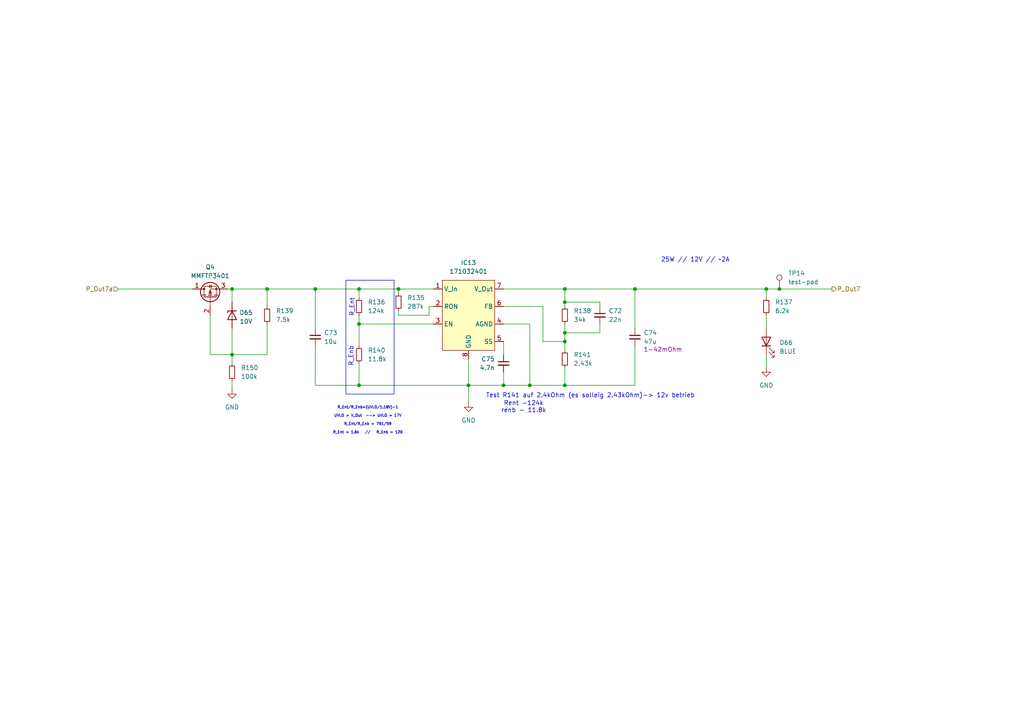
<source format=kicad_sch>
(kicad_sch (version 20250114) (generator "eeschema") (generator_version "9.0")
  (paper "A4")
  (title_block (title "PDU FT25") (date "2025-01-15") (rev "V1.2") (company "Janek Herm") (comment 1 "FaSTTUBe Electronics"))
  (lib_symbols
    (symbol "Connector:TestPoint" (pin_numbers (hide yes)) (pin_names (offset 0.762) (hide yes))
      (property "Reference" "TP" (at 0 6.858 0))
      (property "Value" "TestPoint" (at 0 5.08 0))
      (symbol "TestPoint_0_1"
        (circle (center 0 3.302) (radius 0.762))
      )
      (symbol "TestPoint_1_1"
        (pin passive line (at 0 0 90) (length 2.54) (name "1") (number "1"))
      )
    )
    (symbol "Device:C_Small" (pin_numbers (hide yes)) (pin_names (offset 0.254) (hide yes))
      (property "Reference" "C" (at 0.254 1.778 0))
      (property "Value" "C_Small" (at 0.254 -2.032 0))
      (symbol "C_Small_0_1"
        (polyline (pts (xy -1.524 0.508) (xy 1.524 0.508)) (stroke (width 0.3048)))
        (polyline (pts (xy -1.524 -0.508) (xy 1.524 -0.508)) (stroke (width 0.3302)))
      )
      (symbol "C_Small_1_1"
        (pin passive line (at 0 2.54 270) (length 2.032) (name "~") (number "1"))
        (pin passive line (at 0 -2.54 90) (length 2.032) (name "~") (number "2"))
      )
    )
    (symbol "Device:D_Zener" (pin_numbers (hide yes)) (pin_names (offset 1.016) (hide yes))
      (property "Reference" "D" (at 0 2.54 0))
      (property "Value" "D_Zener" (at 0 -2.54 0))
      (symbol "D_Zener_0_1"
        (polyline (pts (xy -1.27 -1.27) (xy -1.27 1.27) (xy -0.762 1.27)) (stroke (width 0.254)))
        (polyline (pts (xy 1.27 0) (xy -1.27 0)))
        (polyline (pts (xy 1.27 -1.27) (xy 1.27 1.27) (xy -1.27 0) (xy 1.27 -1.27)) (stroke (width 0.254)))
      )
      (symbol "D_Zener_1_1"
        (pin passive line (at -3.81 0 0) (length 2.54) (name "K") (number "1"))
        (pin passive line (at 3.81 0 180) (length 2.54) (name "A") (number "2"))
      )
    )
    (symbol "Device:LED" (pin_numbers (hide yes)) (pin_names (offset 1.016) (hide yes))
      (property "Reference" "D" (at 0 2.54 0))
      (property "Value" "LED" (at 0 -2.54 0))
      (symbol "LED_0_1"
        (polyline (pts (xy -3.048 -0.762) (xy -4.572 -2.286) (xy -3.81 -2.286) (xy -4.572 -2.286) (xy -4.572 -1.524)))
        (polyline (pts (xy -1.778 -0.762) (xy -3.302 -2.286) (xy -2.54 -2.286) (xy -3.302 -2.286) (xy -3.302 -1.524)))
        (polyline (pts (xy -1.27 0) (xy 1.27 0)))
        (polyline (pts (xy -1.27 -1.27) (xy -1.27 1.27)) (stroke (width 0.254)))
        (polyline (pts (xy 1.27 -1.27) (xy 1.27 1.27) (xy -1.27 0) (xy 1.27 -1.27)) (stroke (width 0.254)))
      )
      (symbol "LED_1_1"
        (pin passive line (at -3.81 0 0) (length 2.54) (name "K") (number "1"))
        (pin passive line (at 3.81 0 180) (length 2.54) (name "A") (number "2"))
      )
    )
    (symbol "Device:Q_PMOS_DGS" (pin_names (offset 0) (hide yes))
      (property "Reference" "Q" (at 5.08 1.27 0))
      (property "Value" "Q_PMOS_DGS" (at 5.08 -1.27 0))
      (symbol "Q_PMOS_DGS_0_1"
        (polyline (pts (xy 0.254 1.905) (xy 0.254 -1.905)) (stroke (width 0.254)))
        (polyline (pts (xy 0.254 0) (xy -2.54 0)))
        (polyline (pts (xy 0.762 2.286) (xy 0.762 1.27)) (stroke (width 0.254)))
        (polyline (pts (xy 0.762 1.778) (xy 3.302 1.778) (xy 3.302 -1.778) (xy 0.762 -1.778)))
        (polyline (pts (xy 0.762 0.508) (xy 0.762 -0.508)) (stroke (width 0.254)))
        (polyline (pts (xy 0.762 -1.27) (xy 0.762 -2.286)) (stroke (width 0.254)))
        (circle (center 1.651 0) (radius 2.794) (stroke (width 0.254)))
        (polyline (pts (xy 2.286 0) (xy 1.27 0.381) (xy 1.27 -0.381) (xy 2.286 0)) (fill (type outline)))
        (polyline (pts (xy 2.54 2.54) (xy 2.54 1.778)))
        (circle (center 2.54 1.778) (radius 0.254) (fill (type outline)))
        (circle (center 2.54 -1.778) (radius 0.254) (fill (type outline)))
        (polyline (pts (xy 2.54 -2.54) (xy 2.54 0) (xy 0.762 0)))
        (polyline (pts (xy 2.794 -0.508) (xy 2.921 -0.381) (xy 3.683 -0.381) (xy 3.81 -0.254)))
        (polyline (pts (xy 3.302 -0.381) (xy 2.921 0.254) (xy 3.683 0.254) (xy 3.302 -0.381)))
      )
      (symbol "Q_PMOS_DGS_1_1"
        (pin input line (at -5.08 0 0) (length 2.54) (name "G") (number "2"))
        (pin passive line (at 2.54 5.08 270) (length 2.54) (name "D") (number "1"))
        (pin passive line (at 2.54 -5.08 90) (length 2.54) (name "S") (number "3"))
      )
    )
    (symbol "Device:R_Small" (pin_numbers (hide yes)) (pin_names (offset 0.254) (hide yes))
      (property "Reference" "R" (at 0.762 0.508 0))
      (property "Value" "R_Small" (at 0.762 -1.016 0))
      (symbol "R_Small_0_1"
        (rectangle (start -0.762 1.778) (end 0.762 -1.778) (stroke (width 0.2032)))
      )
      (symbol "R_Small_1_1"
        (pin passive line (at 0 2.54 270) (length 0.762) (name "~") (number "1"))
        (pin passive line (at 0 -2.54 90) (length 0.762) (name "~") (number "2"))
      )
    )
    (symbol "FaSTTUBe_Voltage_Regulators:171032401"
      (property "Reference" "IC" (at 0.254 8.636 0))
      (property "Value" "171032401" (at 0.508 6.604 0))
      (symbol "171032401_1_1"
        (rectangle (start -7.62 5.08) (end 7.62 -15.24) (fill (type background)))
        (pin passive line (at -10.16 2.54 0) (length 2.54) (name "V_In") (number "1"))
        (pin passive line (at -10.16 -2.54 0) (length 2.54) (name "RON") (number "2"))
        (pin passive line (at -10.16 -7.62 0) (length 2.54) (name "EN") (number "3"))
        (pin power_in line (at 0 -17.78 90) (length 2.54) (name "GND") (number "8"))
        (pin power_out line (at 10.16 2.54 180) (length 2.54) (name "V_Out") (number "7"))
        (pin passive line (at 10.16 -2.54 180) (length 2.54) (name "FB") (number "6"))
        (pin power_in line (at 10.16 -7.62 180) (length 2.54) (name "AGND") (number "4"))
        (pin passive line (at 10.16 -12.7 180) (length 2.54) (name "SS") (number "5"))
      )
    )
    (symbol "power:GND" (power) (pin_numbers (hide yes)) (pin_names (offset 0) (hide yes))
      (property "Value" "GND" (at 0 -3.81 0))
      (symbol "GND_0_1"
        (polyline (pts (xy 0 0) (xy 0 -1.27) (xy 1.27 -1.27) (xy 0 -2.54) (xy -1.27 -1.27) (xy 0 -1.27)))
      )
      (symbol "GND_1_1"
        (pin power_in line (at 0 0 270) (length 0) (name "~") (number "1"))
      )
    )
  )
  (rectangle (start 100.33 81.28) (end 114.3 114.3))
  (text "R_Ent" (at 102.108 89.154 90) (effects (font (size 1.27 1.27))))
  (text "R_Ent/R_Enb=(UVLO/1.18V)-1\n\nUVLO > V_Out  --> UVLO = 17V\n\nR_Ent/R_Enb = 791/59\n\nR_Ent = 1.6k   //   R_Enb = 120" (at 106.68 117.856 0) (effects (font (size 0.75 0.75)) (justify top)))
  (text "Test R141 auf 2.4kOhm (es solleig 2.43kOhm)-> 12v betrieb " (at 171.704 114.808 0) (effects (font (size 1.27 1.27))))
  (text "Rent -124k\nrenb - 11.8k" (at 151.892 118.11 0) (effects (font (size 1.27 1.27))))
  (text "25W // 12V // ~2A" (at 201.676 75.438 0) (effects (font (size 1.27 1.27))))
  (text "R_Enb" (at 101.854 103.378 90) (effects (font (size 1.27 1.27))))
  (junction (at 184.15 83.82))
  (junction (at 163.83 111.76))
  (junction (at 163.83 87.63))
  (junction (at 222.25 83.82))
  (junction (at 104.14 111.76))
  (junction (at 67.31 102.87))
  (junction (at 163.83 83.82))
  (junction (at 77.47 83.82))
  (junction (at 153.67 111.76))
  (junction (at 115.57 83.82))
  (junction (at 163.83 96.52))
  (junction (at 104.14 93.98))
  (junction (at 163.83 99.06))
  (junction (at 226.06 83.82))
  (junction (at 91.44 83.82))
  (junction (at 135.89 111.76))
  (junction (at 104.14 83.82))
  (junction (at 67.31 83.82))
  (junction (at 146.05 111.76))
  (wire (pts (xy 104.14 83.82) (xy 104.14 86.36)))
  (wire (pts (xy 146.05 88.9) (xy 157.48 88.9)))
  (wire (pts (xy 222.25 102.87) (xy 222.25 106.68)))
  (wire (pts (xy 77.47 83.82) (xy 77.47 88.9)))
  (wire (pts (xy 67.31 110.49) (xy 67.31 113.03)))
  (wire (pts (xy 104.14 93.98) (xy 125.73 93.98)))
  (wire (pts (xy 163.83 106.68) (xy 163.83 111.76)))
  (wire (pts (xy 146.05 111.76) (xy 135.89 111.76)))
  (wire (pts (xy 124.46 91.44) (xy 124.46 88.9)))
  (wire (pts (xy 184.15 100.33) (xy 184.15 111.76)))
  (wire (pts (xy 163.83 99.06) (xy 163.83 101.6)))
  (wire (pts (xy 91.44 111.76) (xy 104.14 111.76)))
  (wire (pts (xy 153.67 111.76) (xy 163.83 111.76)))
  (wire (pts (xy 115.57 91.44) (xy 124.46 91.44)))
  (wire (pts (xy 146.05 93.98) (xy 153.67 93.98)))
  (wire (pts (xy 104.14 111.76) (xy 135.89 111.76)))
  (wire (pts (xy 163.83 83.82) (xy 184.15 83.82)))
  (wire (pts (xy 153.67 93.98) (xy 153.67 111.76)))
  (wire (pts (xy 157.48 99.06) (xy 163.83 99.06)))
  (wire (pts (xy 163.83 96.52) (xy 163.83 99.06)))
  (wire (pts (xy 146.05 111.76) (xy 153.67 111.76)))
  (wire (pts (xy 222.25 83.82) (xy 226.06 83.82)))
  (wire (pts (xy 163.83 87.63) (xy 173.99 87.63)))
  (wire (pts (xy 222.25 91.44) (xy 222.25 95.25)))
  (wire (pts (xy 77.47 93.98) (xy 77.47 102.87)))
  (wire (pts (xy 67.31 102.87) (xy 67.31 105.41)))
  (wire (pts (xy 115.57 83.82) (xy 125.73 83.82)))
  (wire (pts (xy 135.89 111.76) (xy 135.89 116.84)))
  (wire (pts (xy 226.06 83.82) (xy 241.3 83.82)))
  (wire (pts (xy 66.04 83.82) (xy 67.31 83.82)))
  (wire (pts (xy 124.46 88.9) (xy 125.73 88.9)))
  (wire (pts (xy 146.05 99.06) (xy 146.05 102.87)))
  (wire (pts (xy 173.99 96.52) (xy 163.83 96.52)))
  (wire (pts (xy 34.29 83.82) (xy 55.88 83.82)))
  (wire (pts (xy 67.31 83.82) (xy 67.31 87.63)))
  (wire (pts (xy 146.05 107.95) (xy 146.05 111.76)))
  (wire (pts (xy 163.83 87.63) (xy 163.83 88.9)))
  (wire (pts (xy 104.14 105.41) (xy 104.14 111.76)))
  (wire (pts (xy 77.47 83.82) (xy 91.44 83.82)))
  (wire (pts (xy 104.14 91.44) (xy 104.14 93.98)))
  (wire (pts (xy 67.31 83.82) (xy 77.47 83.82)))
  (wire (pts (xy 67.31 95.25) (xy 67.31 102.87)))
  (wire (pts (xy 115.57 83.82) (xy 115.57 85.09)))
  (wire (pts (xy 222.25 83.82) (xy 222.25 86.36)))
  (wire (pts (xy 184.15 83.82) (xy 222.25 83.82)))
  (wire (pts (xy 104.14 83.82) (xy 115.57 83.82)))
  (wire (pts (xy 163.83 93.98) (xy 163.83 96.52)))
  (wire (pts (xy 163.83 111.76) (xy 184.15 111.76)))
  (wire (pts (xy 173.99 93.98) (xy 173.99 96.52)))
  (wire (pts (xy 60.96 102.87) (xy 67.31 102.87)))
  (wire (pts (xy 173.99 87.63) (xy 173.99 88.9)))
  (wire (pts (xy 91.44 83.82) (xy 104.14 83.82)))
  (wire (pts (xy 135.89 104.14) (xy 135.89 111.76)))
  (wire (pts (xy 184.15 83.82) (xy 184.15 95.25)))
  (wire (pts (xy 115.57 91.44) (xy 115.57 90.17)))
  (wire (pts (xy 60.96 91.44) (xy 60.96 102.87)))
  (wire (pts (xy 91.44 100.33) (xy 91.44 111.76)))
  (wire (pts (xy 104.14 93.98) (xy 104.14 100.33)))
  (wire (pts (xy 91.44 83.82) (xy 91.44 95.25)))
  (wire (pts (xy 157.48 88.9) (xy 157.48 99.06)))
  (wire (pts (xy 163.83 83.82) (xy 163.83 87.63)))
  (wire (pts (xy 146.05 83.82) (xy 163.83 83.82)))
  (wire (pts (xy 77.47 102.87) (xy 67.31 102.87)))
  (hierarchical_label "P_Out7" (shape output) (at 241.3 83.82 0))
  (hierarchical_label "P_Out7a" (shape input) (at 34.29 83.82 180))
  (symbol (lib_id "Device:R_Small") (at 163.83 104.14 0) (unit 1)
    (property "Reference" "R141" (at 166.37 102.8699 0) (effects (justify left)))
    (property "Value" "2.43k" (at 166.37 105.4099 0) (effects (justify left)))
    (property "Footprint" "Resistor_SMD:R_0805_2012Metric" (effects (hide yes)))
    (property "Description" "Resistor, small symbol" (effects (hide yes)))
  )
  (symbol (lib_id "FaSTTUBe_Voltage_Regulators:171032401") (at 135.89 86.36 0) (unit 1)
    (property "Reference" "IC13" (at 135.89 76.2 0))
    (property "Value" "171032401" (at 135.89 78.74 0))
    (property "Footprint" "171032401:171032401" (effects (hide yes)))
    (property "Datasheet" "https://www.we-online.com/components/products/datasheet/171032401.pdf" (effects (hide yes)))
  )
  (symbol (lib_id "Device:C_Small") (at 91.44 97.79 0) (unit 1)
    (property "Reference" "C73" (at 93.98 96.5262 0) (effects (justify left)))
    (property "Value" "10u" (at 93.98 99.0662 0) (effects (justify left)))
    (property "Footprint" "Capacitor_SMD:C_1206_3216Metric" (effects (hide yes)))
    (property "Description" "Unpolarized capacitor, small symbol" (effects (hide yes)))
  )
  (symbol (lib_id "Device:R_Small") (at 77.47 91.44 0) (unit 1)
    (property "Reference" "R139" (at 80.01 90.1699 0) (effects (justify left)))
    (property "Value" "7.5k" (at 80.01 92.7099 0) (effects (justify left)))
    (property "Footprint" "Resistor_SMD:R_0603_1608Metric" (effects (hide yes)))
    (property "Description" "Resistor, small symbol" (effects (hide yes)))
  )
  (symbol (lib_id "power:GND") (at 222.25 106.68 0) (unit 1)
    (property "Reference" "#PWR0192" (effects (hide yes)))
    (property "Value" "GND" (at 222.25 111.76 0))
    (property "Description" "Power symbol creates a global label with name \"GND\" , ground" (effects (hide yes)))
  )
  (symbol (lib_id "Device:LED") (at 222.25 99.06 90) (unit 1)
    (property "Reference" "D66" (at 226.06 99.3774 90) (effects (justify right)))
    (property "Value" "BLUE" (at 226.06 101.9174 90) (effects (justify right)))
    (property "Footprint" "LED_SMD:LED_0603_1608Metric" (effects (hide yes)))
    (property "Datasheet" "https://www.we-online.com/components/products/datasheet/150060BS75000.pdf" (effects (hide yes)))
    (property "Description" "Light emitting diode" (effects (hide yes)))
    (property "MPR" "150060BS75000" (effects (hide yes)))
  )
  (symbol (lib_id "power:GND") (at 135.89 116.84 0) (unit 1)
    (property "Reference" "#PWR0194" (effects (hide yes)))
    (property "Value" "GND" (at 135.89 121.92 0))
    (property "Description" "Power symbol creates a global label with name \"GND\" , ground" (effects (hide yes)))
  )
  (symbol (lib_id "Device:R_Small") (at 104.14 88.9 0) (unit 1)
    (property "Reference" "R136" (at 106.68 87.6299 0) (effects (justify left)))
    (property "Value" "124k" (at 106.68 90.1699 0) (effects (justify left)))
    (property "Footprint" "Resistor_SMD:R_0805_2012Metric" (effects (hide yes)))
    (property "Description" "Resistor, small symbol" (effects (hide yes)))
  )
  (symbol (lib_id "Device:R_Small") (at 222.25 88.9 0) (unit 1)
    (property "Reference" "R137" (at 224.79 87.6299 0) (effects (justify left)))
    (property "Value" "6.2k" (at 224.79 90.1699 0) (effects (justify left)))
    (property "Footprint" "Resistor_SMD:R_0603_1608Metric" (effects (hide yes)))
    (property "Description" "Resistor, small symbol" (effects (hide yes)))
  )
  (symbol (lib_id "Device:C_Small") (at 184.15 97.79 0) (unit 1)
    (property "Reference" "C74" (at 186.69 96.5262 0) (effects (justify left)))
    (property "Value" "47u" (at 186.69 99.0662 0) (effects (justify left)))
    (property "Footprint" "Capacitor_SMD:C_1206_3216Metric" (effects (hide yes)))
    (property "Description" "Unpolarized capacitor, small symbol" (effects (hide yes)))
    (property "Resistance" "1-42mOhm" (at 192.278 101.346 0))
  )
  (symbol (lib_id "Device:R_Small") (at 104.14 102.87 0) (unit 1)
    (property "Reference" "R140" (at 106.68 101.5999 0) (effects (justify left)))
    (property "Value" "11.8k" (at 106.68 104.1399 0) (effects (justify left)))
    (property "Footprint" "Resistor_SMD:R_0805_2012Metric" (effects (hide yes)))
    (property "Description" "Resistor, small symbol" (effects (hide yes)))
  )
  (symbol (lib_id "Device:C_Small") (at 173.99 91.44 0) (unit 1)
    (property "Reference" "C72" (at 176.53 90.1762 0) (effects (justify left)))
    (property "Value" "22n" (at 176.53 92.7162 0) (effects (justify left)))
    (property "Footprint" "Capacitor_SMD:C_0805_2012Metric" (effects (hide yes)))
    (property "Description" "Unpolarized capacitor, small symbol" (effects (hide yes)))
  )
  (symbol (lib_id "Device:R_Small") (at 67.31 107.95 0) (unit 1)
    (property "Reference" "R150" (at 69.85 106.6799 0) (effects (justify left)))
    (property "Value" "100k" (at 69.85 109.2199 0) (effects (justify left)))
    (property "Footprint" "Resistor_SMD:R_0603_1608Metric" (effects (hide yes)))
    (property "Description" "Resistor, small symbol" (effects (hide yes)))
  )
  (symbol (lib_id "Device:R_Small") (at 163.83 91.44 0) (unit 1)
    (property "Reference" "R138" (at 166.37 90.1699 0) (effects (justify left)))
    (property "Value" "34k" (at 166.37 92.7099 0) (effects (justify left)))
    (property "Footprint" "Resistor_SMD:R_0805_2012Metric" (effects (hide yes)))
    (property "Description" "Resistor, small symbol" (effects (hide yes)))
  )
  (symbol (lib_id "Device:Q_PMOS_DGS") (at 60.96 86.36 90) (unit 1)
    (property "Reference" "Q4" (at 60.96 77.47 90))
    (property "Value" "MMFTP3401" (at 60.96 80.01 90))
    (property "Footprint" "FaSTTUBe_Switches:SOT-23_GSD" (effects (hide yes)))
    (property "Datasheet" "https://diotec.com/request/datasheet/mmftp3401.pdf" (effects (hide yes)))
    (property "Description" "P-MOSFET transistor, drain/gate/source" (effects (hide yes)))
    (property "Sim.Device" "PMOS" (effects (hide yes)))
    (property "Sim.Type" "VDMOS" (effects (hide yes)))
    (property "Sim.Pins" "1=D 2=G 3=S" (effects (hide yes)))
  )
  (symbol (lib_id "Device:C_Small") (at 146.05 105.41 0) (mirror y) (unit 1)
    (property "Reference" "C75" (at 143.51 104.1462 0) (effects (justify left)))
    (property "Value" "4.7n" (at 143.51 106.6862 0) (effects (justify left)))
    (property "Footprint" "Capacitor_SMD:C_0805_2012Metric" (effects (hide yes)))
    (property "Description" "Unpolarized capacitor, small symbol" (effects (hide yes)))
  )
  (symbol (lib_id "Device:D_Zener") (at 67.31 91.44 90) (mirror x) (unit 1)
    (property "Reference" "D65" (at 71.374 90.678 90))
    (property "Value" "10V" (at 71.374 93.218 90))
    (property "Footprint" "3SMAJ5934B-TP:DIOM5226X244N" (effects (hide yes)))
    (property "Datasheet" "https://www.mouser.de/datasheet/2/258/3SMAJ5918B_3SMAJ5956B_SMA_-3423242.pdf" (effects (hide yes)))
    (property "Description" "Zener diode" (effects (hide yes)))
    (property "MPR" "3SMAJ5925B" (effects (hide yes)))
  )
  (symbol (lib_id "Connector:TestPoint") (at 226.06 83.82 0) (unit 1)
    (property "Reference" "TP14" (at 228.6 79.2479 0) (effects (justify left)))
    (property "Value" "test-pad" (at 228.6 81.7879 0) (effects (justify left)))
    (property "Footprint" "5025:5025" (effects (hide yes)))
    (property "Description" "test point" (effects (hide yes)))
  )
  (symbol (lib_id "power:GND") (at 67.31 113.03 0) (unit 1)
    (property "Reference" "#PWR0193" (effects (hide yes)))
    (property "Value" "GND" (at 67.31 118.11 0))
    (property "Description" "Power symbol creates a global label with name \"GND\" , ground" (effects (hide yes)))
  )
  (symbol (lib_id "Device:R_Small") (at 115.57 87.63 0) (unit 1)
    (property "Reference" "R135" (at 118.11 86.3599 0) (effects (justify left)))
    (property "Value" "287k" (at 118.11 88.8999 0) (effects (justify left)))
    (property "Footprint" "Resistor_SMD:R_0805_2012Metric" (effects (hide yes)))
    (property "Description" "Resistor, small symbol" (effects (hide yes)))
  )
)
</source>
